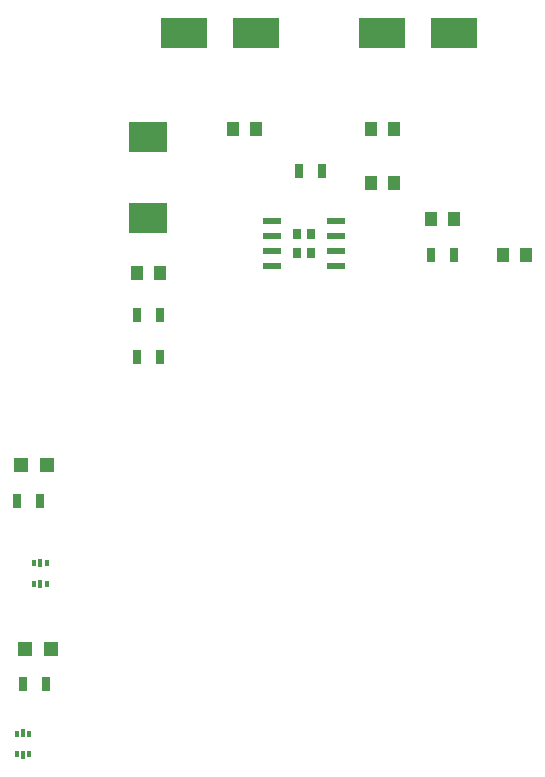
<source format=gtp>
G04 #@! TF.FileFunction,Paste,Top*
%FSLAX46Y46*%
G04 Gerber Fmt 4.6, Leading zero omitted, Abs format (unit mm)*
G04 Created by KiCad (PCBNEW 4.0.7) date Fri Jul 20 16:32:02 2018*
%MOMM*%
%LPD*%
G01*
G04 APERTURE LIST*
%ADD10C,0.100000*%
%ADD11R,4.000000X2.500000*%
%ADD12R,1.000000X1.250000*%
%ADD13R,3.300000X2.500000*%
%ADD14R,1.200000X1.200000*%
%ADD15R,0.700000X1.300000*%
%ADD16R,1.550000X0.600000*%
%ADD17R,0.720000X0.960000*%
%ADD18R,0.375000X0.500000*%
%ADD19R,0.300000X0.650000*%
G04 APERTURE END LIST*
D10*
D11*
X152906000Y-70104000D03*
X159006000Y-70104000D03*
D12*
X151908000Y-78232000D03*
X153908000Y-78232000D03*
X163084000Y-88900000D03*
X165084000Y-88900000D03*
X153908000Y-82804000D03*
X151908000Y-82804000D03*
X156988000Y-85852000D03*
X158988000Y-85852000D03*
X132096000Y-90424000D03*
X134096000Y-90424000D03*
X142224000Y-78232000D03*
X140224000Y-78232000D03*
D11*
X142242000Y-70104000D03*
X136142000Y-70104000D03*
D13*
X133096000Y-78896000D03*
X133096000Y-85696000D03*
D14*
X122344000Y-106680000D03*
X124544000Y-106680000D03*
D15*
X147762000Y-81788000D03*
X145862000Y-81788000D03*
X132146000Y-93980000D03*
X134046000Y-93980000D03*
X134046000Y-97536000D03*
X132146000Y-97536000D03*
X157038000Y-88900000D03*
X158938000Y-88900000D03*
X123886000Y-109728000D03*
X121986000Y-109728000D03*
D16*
X149004000Y-89789000D03*
X149004000Y-88519000D03*
X149004000Y-87249000D03*
X149004000Y-85979000D03*
X143604000Y-85979000D03*
X143604000Y-87249000D03*
X143604000Y-88519000D03*
X143604000Y-89789000D03*
D17*
X145704000Y-87084000D03*
X145704000Y-88684000D03*
X146904000Y-87084000D03*
X146904000Y-88684000D03*
D18*
X124489500Y-114974000D03*
X123414500Y-114974000D03*
D19*
X123952000Y-116749000D03*
X123952000Y-114899000D03*
D18*
X123414500Y-116674000D03*
X124489500Y-116674000D03*
D14*
X122661500Y-122237500D03*
X124861500Y-122237500D03*
D18*
X123029000Y-129388500D03*
X121954000Y-129388500D03*
D19*
X122491500Y-131163500D03*
X122491500Y-129313500D03*
D18*
X121954000Y-131088500D03*
X123029000Y-131088500D03*
D15*
X124394000Y-125158500D03*
X122494000Y-125158500D03*
M02*

</source>
